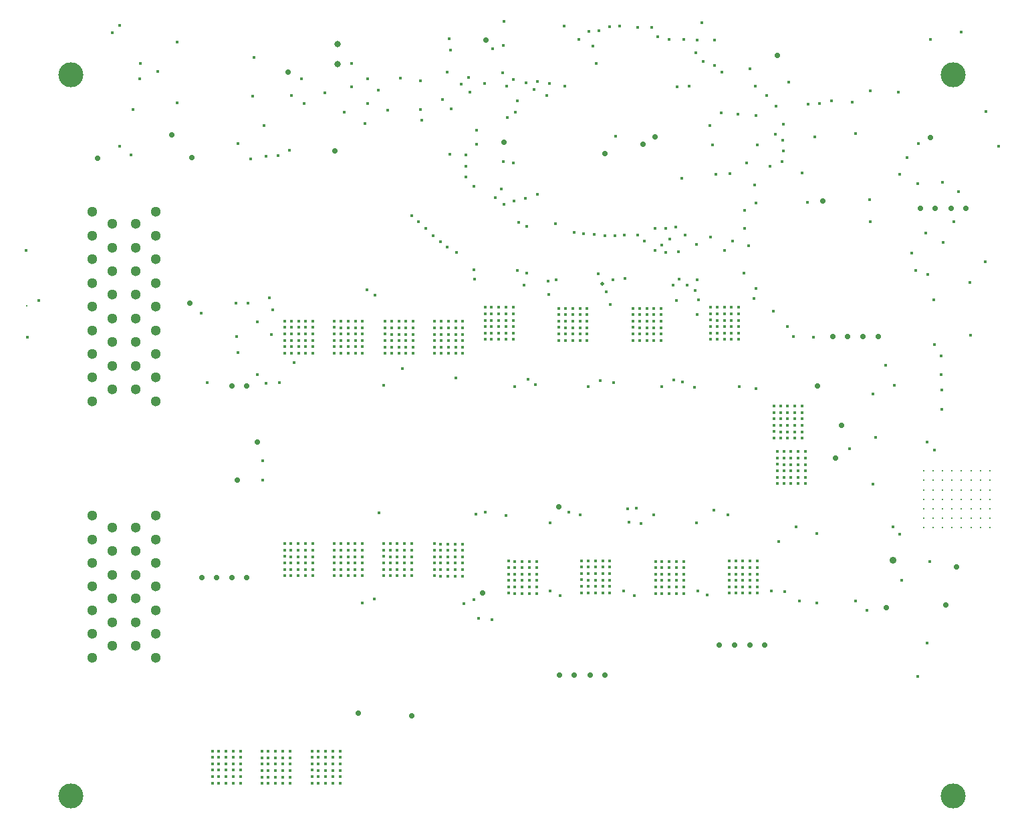
<source format=gbr>
%TF.GenerationSoftware,Altium Limited,Altium Designer,19.0.10 (269)*%
G04 Layer_Color=0*
%FSLAX26Y26*%
%MOIN*%
%TF.FileFunction,Plated,1,4,PTH,Drill*%
%TF.Part,Single*%
G01*
G75*
%TA.AperFunction,OtherDrill,Pad Free-1 (4700mil,3900mil)*%
%ADD133C,0.125000*%
%TA.AperFunction,OtherDrill,Pad Free-1 (4700mil,300mil)*%
%ADD134C,0.125000*%
%TA.AperFunction,OtherDrill,Pad Free-1 (300mil,300mil)*%
%ADD135C,0.125000*%
%TA.AperFunction,OtherDrill,Pad Free-1 (300mil,3900mil)*%
%ADD136C,0.125000*%
%TA.AperFunction,ComponentDrill*%
%ADD137C,0.051181*%
%ADD138C,0.031496*%
%ADD139C,0.011811*%
%TA.AperFunction,ViaDrill,NotFilled*%
%ADD140C,0.015000*%
%ADD141C,0.028000*%
%ADD142C,0.010000*%
%ADD143C,0.020000*%
%ADD144C,0.035000*%
D133*
X4700000Y3900000D02*
D03*
D134*
Y300000D02*
D03*
D135*
X300000D02*
D03*
D136*
Y3900000D02*
D03*
D137*
X720866Y990158D02*
D03*
Y1108268D02*
D03*
Y1226378D02*
D03*
Y1344488D02*
D03*
Y1462599D02*
D03*
Y1580709D02*
D03*
Y1698819D02*
D03*
X622441Y1049213D02*
D03*
Y1167323D02*
D03*
Y1285433D02*
D03*
Y1403543D02*
D03*
Y1521654D02*
D03*
Y1639764D02*
D03*
X504331Y1049213D02*
D03*
Y1167323D02*
D03*
Y1285433D02*
D03*
Y1403543D02*
D03*
Y1521654D02*
D03*
Y1639764D02*
D03*
X405906Y990158D02*
D03*
Y1108268D02*
D03*
Y1226378D02*
D03*
Y1344488D02*
D03*
Y1462599D02*
D03*
Y1580709D02*
D03*
Y1698819D02*
D03*
Y3214567D02*
D03*
Y3096457D02*
D03*
Y2978347D02*
D03*
Y2860236D02*
D03*
Y2742126D02*
D03*
Y2624016D02*
D03*
Y2505905D02*
D03*
Y2387795D02*
D03*
Y2269685D02*
D03*
X504331Y3155512D02*
D03*
Y3037402D02*
D03*
Y2919291D02*
D03*
Y2801181D02*
D03*
Y2683071D02*
D03*
Y2564961D02*
D03*
Y2446850D02*
D03*
Y2328740D02*
D03*
X622441Y3155512D02*
D03*
Y3037402D02*
D03*
Y2919291D02*
D03*
Y2801181D02*
D03*
Y2683071D02*
D03*
Y2564961D02*
D03*
Y2446850D02*
D03*
Y2328740D02*
D03*
X720866Y3214567D02*
D03*
Y3096457D02*
D03*
Y2978347D02*
D03*
Y2860236D02*
D03*
Y2742126D02*
D03*
Y2624016D02*
D03*
Y2505905D02*
D03*
Y2387795D02*
D03*
Y2269685D02*
D03*
D138*
X1628000Y3953449D02*
D03*
Y4053449D02*
D03*
D139*
X4740512Y1780000D02*
D03*
Y1827244D02*
D03*
Y1874488D02*
D03*
Y1921732D02*
D03*
Y1732756D02*
D03*
Y1685512D02*
D03*
Y1638268D02*
D03*
X4787756D02*
D03*
Y1685512D02*
D03*
Y1732756D02*
D03*
Y1921732D02*
D03*
Y1874488D02*
D03*
Y1827244D02*
D03*
Y1780000D02*
D03*
X4835000Y1638268D02*
D03*
Y1685512D02*
D03*
Y1732756D02*
D03*
Y1921732D02*
D03*
Y1874488D02*
D03*
Y1827244D02*
D03*
Y1780000D02*
D03*
X4882244Y1638268D02*
D03*
Y1685512D02*
D03*
Y1732756D02*
D03*
Y1921732D02*
D03*
Y1874488D02*
D03*
Y1827244D02*
D03*
Y1780000D02*
D03*
X4693268Y1638268D02*
D03*
Y1685512D02*
D03*
Y1732756D02*
D03*
Y1921732D02*
D03*
Y1874488D02*
D03*
Y1827244D02*
D03*
Y1780000D02*
D03*
X4646024Y1638268D02*
D03*
Y1685512D02*
D03*
Y1732756D02*
D03*
Y1921732D02*
D03*
Y1874488D02*
D03*
Y1827244D02*
D03*
Y1780000D02*
D03*
X4598780Y1638268D02*
D03*
Y1685512D02*
D03*
Y1732756D02*
D03*
Y1921732D02*
D03*
Y1874488D02*
D03*
Y1827244D02*
D03*
Y1780000D02*
D03*
X4551535Y1638268D02*
D03*
Y1685512D02*
D03*
Y1732756D02*
D03*
Y1921732D02*
D03*
Y1874488D02*
D03*
Y1827244D02*
D03*
Y1780000D02*
D03*
D140*
X1534000Y363000D02*
D03*
Y395000D02*
D03*
Y427000D02*
D03*
Y459000D02*
D03*
Y491000D02*
D03*
Y523000D02*
D03*
X1570000D02*
D03*
Y491000D02*
D03*
Y459000D02*
D03*
Y427000D02*
D03*
Y395000D02*
D03*
Y363000D02*
D03*
X1641500D02*
D03*
Y395000D02*
D03*
Y427000D02*
D03*
Y459000D02*
D03*
Y491000D02*
D03*
Y523000D02*
D03*
X1605500D02*
D03*
Y491000D02*
D03*
Y459000D02*
D03*
Y427000D02*
D03*
Y395000D02*
D03*
Y363000D02*
D03*
X1501500Y363500D02*
D03*
Y395500D02*
D03*
Y427500D02*
D03*
Y459500D02*
D03*
Y491500D02*
D03*
Y523500D02*
D03*
X1284000Y361500D02*
D03*
Y393500D02*
D03*
Y425500D02*
D03*
Y457500D02*
D03*
Y489500D02*
D03*
Y521500D02*
D03*
X1320000D02*
D03*
Y489500D02*
D03*
Y457500D02*
D03*
Y425500D02*
D03*
Y393500D02*
D03*
Y361500D02*
D03*
X1391500D02*
D03*
Y393500D02*
D03*
Y425500D02*
D03*
Y457500D02*
D03*
Y489500D02*
D03*
Y521500D02*
D03*
X1355500D02*
D03*
Y489500D02*
D03*
Y457500D02*
D03*
Y425500D02*
D03*
Y393500D02*
D03*
Y361500D02*
D03*
X1251500Y362000D02*
D03*
Y394000D02*
D03*
Y426000D02*
D03*
Y458000D02*
D03*
Y490000D02*
D03*
Y522000D02*
D03*
X1037500Y363500D02*
D03*
Y395500D02*
D03*
Y427500D02*
D03*
Y459500D02*
D03*
Y491500D02*
D03*
Y523500D02*
D03*
X1073500D02*
D03*
Y491500D02*
D03*
Y459500D02*
D03*
Y427500D02*
D03*
Y395500D02*
D03*
Y363500D02*
D03*
X1145000D02*
D03*
Y395500D02*
D03*
Y427500D02*
D03*
Y459500D02*
D03*
Y491500D02*
D03*
Y523500D02*
D03*
X1109000D02*
D03*
Y491500D02*
D03*
Y459500D02*
D03*
Y427500D02*
D03*
Y395500D02*
D03*
Y363500D02*
D03*
X1005000Y364000D02*
D03*
Y396000D02*
D03*
Y428000D02*
D03*
Y460000D02*
D03*
Y492000D02*
D03*
Y524000D02*
D03*
X3854500Y1857693D02*
D03*
Y1889693D02*
D03*
Y1921693D02*
D03*
Y1953693D02*
D03*
Y1985693D02*
D03*
Y2017693D02*
D03*
X3890500D02*
D03*
Y1985693D02*
D03*
Y1953693D02*
D03*
Y1921693D02*
D03*
Y1889693D02*
D03*
Y1857693D02*
D03*
X3962000D02*
D03*
Y1889693D02*
D03*
Y1921693D02*
D03*
Y1953693D02*
D03*
Y1985693D02*
D03*
Y2017693D02*
D03*
X3926000D02*
D03*
Y1985693D02*
D03*
Y1953693D02*
D03*
Y1921693D02*
D03*
Y1889693D02*
D03*
Y1857693D02*
D03*
X3822000Y1858193D02*
D03*
Y1890193D02*
D03*
Y1922193D02*
D03*
Y1954193D02*
D03*
Y1986193D02*
D03*
Y2018193D02*
D03*
X3838000Y2085000D02*
D03*
Y2117000D02*
D03*
Y2149000D02*
D03*
Y2181000D02*
D03*
Y2213000D02*
D03*
Y2245000D02*
D03*
X3874000D02*
D03*
Y2213000D02*
D03*
Y2181000D02*
D03*
Y2149000D02*
D03*
Y2117000D02*
D03*
Y2085000D02*
D03*
X3945500D02*
D03*
Y2117000D02*
D03*
Y2149000D02*
D03*
Y2181000D02*
D03*
Y2213000D02*
D03*
Y2245000D02*
D03*
X3909500D02*
D03*
Y2213000D02*
D03*
Y2181000D02*
D03*
Y2149000D02*
D03*
Y2117000D02*
D03*
Y2085000D02*
D03*
X3805500Y2085500D02*
D03*
Y2117500D02*
D03*
Y2149500D02*
D03*
Y2181500D02*
D03*
Y2213500D02*
D03*
Y2245500D02*
D03*
X2879500Y1313000D02*
D03*
Y1345000D02*
D03*
Y1377000D02*
D03*
Y1409000D02*
D03*
Y1441000D02*
D03*
Y1473000D02*
D03*
X2915500D02*
D03*
Y1441000D02*
D03*
Y1409000D02*
D03*
Y1377000D02*
D03*
Y1345000D02*
D03*
Y1313000D02*
D03*
X2987000D02*
D03*
Y1345000D02*
D03*
Y1377000D02*
D03*
Y1409000D02*
D03*
Y1441000D02*
D03*
Y1473000D02*
D03*
X2951000D02*
D03*
Y1441000D02*
D03*
Y1409000D02*
D03*
Y1377000D02*
D03*
Y1345000D02*
D03*
Y1313000D02*
D03*
X2847000Y1313500D02*
D03*
Y1345500D02*
D03*
Y1377500D02*
D03*
Y1409500D02*
D03*
Y1441500D02*
D03*
Y1473500D02*
D03*
X1681000Y1493543D02*
D03*
X1716500D02*
D03*
Y1525543D02*
D03*
X1752500D02*
D03*
Y1557543D02*
D03*
X3489500Y2738500D02*
D03*
Y2706500D02*
D03*
Y2674500D02*
D03*
Y2642500D02*
D03*
Y2610500D02*
D03*
Y2578500D02*
D03*
X3593500Y2578000D02*
D03*
Y2610000D02*
D03*
Y2642000D02*
D03*
Y2674000D02*
D03*
Y2706000D02*
D03*
Y2738000D02*
D03*
X3629500D02*
D03*
Y2706000D02*
D03*
Y2674000D02*
D03*
Y2642000D02*
D03*
Y2610000D02*
D03*
Y2578000D02*
D03*
X3558000D02*
D03*
Y2610000D02*
D03*
Y2642000D02*
D03*
Y2674000D02*
D03*
Y2706000D02*
D03*
Y2738000D02*
D03*
X3522000D02*
D03*
Y2706000D02*
D03*
Y2674000D02*
D03*
Y2642000D02*
D03*
Y2610000D02*
D03*
Y2578000D02*
D03*
X3103150Y2733500D02*
D03*
Y2701500D02*
D03*
Y2669500D02*
D03*
Y2637500D02*
D03*
Y2605500D02*
D03*
Y2573500D02*
D03*
X3207150Y2573000D02*
D03*
Y2605000D02*
D03*
Y2637000D02*
D03*
Y2669000D02*
D03*
Y2701000D02*
D03*
Y2733000D02*
D03*
X3243150D02*
D03*
Y2701000D02*
D03*
Y2669000D02*
D03*
Y2637000D02*
D03*
Y2605000D02*
D03*
Y2573000D02*
D03*
X3171650D02*
D03*
Y2605000D02*
D03*
Y2637000D02*
D03*
Y2669000D02*
D03*
Y2701000D02*
D03*
Y2733000D02*
D03*
X3135650D02*
D03*
Y2701000D02*
D03*
Y2669000D02*
D03*
Y2637000D02*
D03*
Y2605000D02*
D03*
Y2573000D02*
D03*
X2734024Y2733500D02*
D03*
Y2701500D02*
D03*
Y2669500D02*
D03*
Y2637500D02*
D03*
Y2605500D02*
D03*
Y2573500D02*
D03*
X2838024Y2573000D02*
D03*
Y2605000D02*
D03*
Y2637000D02*
D03*
Y2669000D02*
D03*
Y2701000D02*
D03*
Y2733000D02*
D03*
X2874024D02*
D03*
Y2701000D02*
D03*
Y2669000D02*
D03*
Y2637000D02*
D03*
Y2605000D02*
D03*
Y2573000D02*
D03*
X2802524D02*
D03*
Y2605000D02*
D03*
Y2637000D02*
D03*
Y2669000D02*
D03*
Y2701000D02*
D03*
Y2733000D02*
D03*
X2766524D02*
D03*
Y2701000D02*
D03*
Y2669000D02*
D03*
Y2637000D02*
D03*
Y2605000D02*
D03*
Y2573000D02*
D03*
X2365000Y2738000D02*
D03*
Y2706000D02*
D03*
Y2674000D02*
D03*
Y2642000D02*
D03*
Y2610000D02*
D03*
Y2578000D02*
D03*
X2469000Y2577500D02*
D03*
Y2609500D02*
D03*
Y2641500D02*
D03*
Y2673500D02*
D03*
Y2705500D02*
D03*
Y2737500D02*
D03*
X2505000D02*
D03*
Y2705500D02*
D03*
Y2673500D02*
D03*
Y2641500D02*
D03*
Y2609500D02*
D03*
Y2577500D02*
D03*
X2433500D02*
D03*
Y2609500D02*
D03*
Y2641500D02*
D03*
Y2673500D02*
D03*
Y2705500D02*
D03*
Y2737500D02*
D03*
X2397500D02*
D03*
Y2705500D02*
D03*
Y2673500D02*
D03*
Y2641500D02*
D03*
Y2609500D02*
D03*
Y2577500D02*
D03*
X3582000Y1471396D02*
D03*
Y1439396D02*
D03*
Y1407396D02*
D03*
Y1375396D02*
D03*
Y1343396D02*
D03*
Y1311396D02*
D03*
X3686000Y1310896D02*
D03*
Y1342896D02*
D03*
Y1374896D02*
D03*
Y1406896D02*
D03*
Y1438896D02*
D03*
Y1470896D02*
D03*
X3722000D02*
D03*
Y1438896D02*
D03*
Y1406896D02*
D03*
Y1374896D02*
D03*
Y1342896D02*
D03*
Y1310896D02*
D03*
X3650500D02*
D03*
Y1342896D02*
D03*
Y1374896D02*
D03*
Y1406896D02*
D03*
Y1438896D02*
D03*
Y1470896D02*
D03*
X3614500D02*
D03*
Y1438896D02*
D03*
Y1406896D02*
D03*
Y1374896D02*
D03*
Y1342896D02*
D03*
Y1310896D02*
D03*
X3215000Y1470617D02*
D03*
Y1438617D02*
D03*
Y1406617D02*
D03*
Y1374617D02*
D03*
Y1342617D02*
D03*
Y1310617D02*
D03*
X3319000Y1310117D02*
D03*
Y1342117D02*
D03*
Y1374117D02*
D03*
Y1406117D02*
D03*
Y1438117D02*
D03*
Y1470117D02*
D03*
X3355000D02*
D03*
Y1438117D02*
D03*
Y1406117D02*
D03*
Y1374117D02*
D03*
Y1342117D02*
D03*
Y1310117D02*
D03*
X3283500D02*
D03*
Y1342117D02*
D03*
Y1374117D02*
D03*
Y1406117D02*
D03*
Y1438117D02*
D03*
Y1470117D02*
D03*
X3247500D02*
D03*
Y1438117D02*
D03*
Y1406117D02*
D03*
Y1374117D02*
D03*
Y1342117D02*
D03*
Y1310117D02*
D03*
X2481000Y1471000D02*
D03*
Y1439000D02*
D03*
Y1407000D02*
D03*
Y1375000D02*
D03*
Y1343000D02*
D03*
Y1311000D02*
D03*
X2585000Y1310500D02*
D03*
Y1342500D02*
D03*
Y1374500D02*
D03*
Y1406500D02*
D03*
Y1438500D02*
D03*
Y1470500D02*
D03*
X2621000D02*
D03*
Y1438500D02*
D03*
Y1406500D02*
D03*
Y1374500D02*
D03*
Y1342500D02*
D03*
Y1310500D02*
D03*
X2549500D02*
D03*
Y1342500D02*
D03*
Y1374500D02*
D03*
Y1406500D02*
D03*
Y1438500D02*
D03*
Y1470500D02*
D03*
X2513500D02*
D03*
Y1438500D02*
D03*
Y1406500D02*
D03*
Y1374500D02*
D03*
Y1342500D02*
D03*
Y1310500D02*
D03*
X2111000Y1557500D02*
D03*
Y1525500D02*
D03*
Y1493500D02*
D03*
Y1461500D02*
D03*
Y1429500D02*
D03*
Y1397500D02*
D03*
X2215000Y1397000D02*
D03*
Y1429000D02*
D03*
Y1461000D02*
D03*
Y1493000D02*
D03*
Y1525000D02*
D03*
Y1557000D02*
D03*
X2251000D02*
D03*
Y1525000D02*
D03*
Y1493000D02*
D03*
Y1461000D02*
D03*
Y1429000D02*
D03*
Y1397000D02*
D03*
X2179500D02*
D03*
Y1429000D02*
D03*
Y1461000D02*
D03*
Y1493000D02*
D03*
Y1525000D02*
D03*
Y1557000D02*
D03*
X2143500D02*
D03*
Y1525000D02*
D03*
Y1493000D02*
D03*
Y1461000D02*
D03*
Y1429000D02*
D03*
Y1397000D02*
D03*
X1612500Y1398043D02*
D03*
X1645000Y1397543D02*
D03*
X1681000D02*
D03*
X1716500D02*
D03*
X1891000Y1397637D02*
D03*
Y1429637D02*
D03*
Y1461637D02*
D03*
Y1493637D02*
D03*
Y1525637D02*
D03*
Y1557637D02*
D03*
X1927000D02*
D03*
Y1525637D02*
D03*
Y1493637D02*
D03*
Y1461637D02*
D03*
Y1429637D02*
D03*
Y1397637D02*
D03*
X1998500D02*
D03*
Y1429637D02*
D03*
Y1461637D02*
D03*
Y1493637D02*
D03*
Y1525637D02*
D03*
Y1557637D02*
D03*
X1962500D02*
D03*
Y1525637D02*
D03*
Y1493637D02*
D03*
Y1461637D02*
D03*
Y1429637D02*
D03*
Y1397637D02*
D03*
X1858500Y1398137D02*
D03*
Y1430137D02*
D03*
Y1462137D02*
D03*
Y1494137D02*
D03*
Y1526137D02*
D03*
Y1558137D02*
D03*
X1397500Y1398043D02*
D03*
Y1430043D02*
D03*
Y1462043D02*
D03*
Y1494043D02*
D03*
Y1526043D02*
D03*
Y1558043D02*
D03*
X1433500D02*
D03*
Y1526043D02*
D03*
Y1494043D02*
D03*
Y1462043D02*
D03*
Y1430043D02*
D03*
Y1398043D02*
D03*
X1505000D02*
D03*
Y1430043D02*
D03*
Y1462043D02*
D03*
Y1494043D02*
D03*
Y1526043D02*
D03*
Y1558043D02*
D03*
X1469000D02*
D03*
Y1526043D02*
D03*
Y1494043D02*
D03*
Y1462043D02*
D03*
Y1430043D02*
D03*
Y1398043D02*
D03*
X1365000Y1398543D02*
D03*
Y1430543D02*
D03*
Y1462543D02*
D03*
Y1494543D02*
D03*
Y1526543D02*
D03*
Y1558543D02*
D03*
X1612500Y1558043D02*
D03*
Y1526043D02*
D03*
Y1494043D02*
D03*
Y1462043D02*
D03*
Y1430043D02*
D03*
X1716500Y1429543D02*
D03*
Y1461543D02*
D03*
Y1557543D02*
D03*
X1752500Y1493543D02*
D03*
Y1461543D02*
D03*
Y1429543D02*
D03*
Y1397543D02*
D03*
X1681000Y1429543D02*
D03*
Y1461543D02*
D03*
Y1525543D02*
D03*
Y1557543D02*
D03*
X1645000D02*
D03*
Y1525543D02*
D03*
Y1493543D02*
D03*
Y1461543D02*
D03*
Y1429543D02*
D03*
X1899000Y2508000D02*
D03*
Y2540000D02*
D03*
Y2572000D02*
D03*
Y2604000D02*
D03*
Y2636000D02*
D03*
Y2668000D02*
D03*
X1935000D02*
D03*
Y2636000D02*
D03*
Y2604000D02*
D03*
Y2572000D02*
D03*
Y2540000D02*
D03*
Y2508000D02*
D03*
X2006500D02*
D03*
Y2540000D02*
D03*
Y2572000D02*
D03*
Y2604000D02*
D03*
Y2636000D02*
D03*
Y2668000D02*
D03*
X1970500D02*
D03*
Y2636000D02*
D03*
Y2604000D02*
D03*
Y2572000D02*
D03*
Y2540000D02*
D03*
Y2508000D02*
D03*
X1866500Y2508500D02*
D03*
Y2540500D02*
D03*
Y2572500D02*
D03*
Y2604500D02*
D03*
Y2636500D02*
D03*
Y2668500D02*
D03*
X2114000Y2668000D02*
D03*
Y2636000D02*
D03*
Y2604000D02*
D03*
Y2572000D02*
D03*
Y2540000D02*
D03*
Y2508000D02*
D03*
X2218000Y2507500D02*
D03*
Y2539500D02*
D03*
Y2571500D02*
D03*
Y2603500D02*
D03*
Y2635500D02*
D03*
Y2667500D02*
D03*
X2254000D02*
D03*
Y2635500D02*
D03*
Y2603500D02*
D03*
Y2571500D02*
D03*
Y2539500D02*
D03*
Y2507500D02*
D03*
X2182500D02*
D03*
Y2539500D02*
D03*
Y2571500D02*
D03*
Y2603500D02*
D03*
Y2635500D02*
D03*
Y2667500D02*
D03*
X2146500D02*
D03*
Y2635500D02*
D03*
Y2603500D02*
D03*
Y2571500D02*
D03*
Y2539500D02*
D03*
Y2507500D02*
D03*
X1646500Y2509000D02*
D03*
Y2541000D02*
D03*
Y2573000D02*
D03*
Y2605000D02*
D03*
Y2637000D02*
D03*
Y2669000D02*
D03*
X1682500D02*
D03*
Y2637000D02*
D03*
Y2605000D02*
D03*
Y2573000D02*
D03*
Y2541000D02*
D03*
Y2509000D02*
D03*
X1754000D02*
D03*
Y2541000D02*
D03*
Y2573000D02*
D03*
Y2605000D02*
D03*
Y2637000D02*
D03*
Y2669000D02*
D03*
X1718000D02*
D03*
Y2637000D02*
D03*
Y2605000D02*
D03*
Y2573000D02*
D03*
Y2541000D02*
D03*
Y2509000D02*
D03*
X1614000Y2509500D02*
D03*
Y2541500D02*
D03*
Y2573500D02*
D03*
Y2605500D02*
D03*
Y2637500D02*
D03*
Y2669500D02*
D03*
X1366500Y2670000D02*
D03*
Y2638000D02*
D03*
Y2606000D02*
D03*
Y2574000D02*
D03*
Y2542000D02*
D03*
Y2510000D02*
D03*
X1470500Y2509500D02*
D03*
Y2541500D02*
D03*
Y2573500D02*
D03*
Y2605500D02*
D03*
Y2637500D02*
D03*
Y2669500D02*
D03*
X1506500D02*
D03*
Y2637500D02*
D03*
Y2605500D02*
D03*
Y2573500D02*
D03*
Y2541500D02*
D03*
Y2509500D02*
D03*
X1435000D02*
D03*
Y2541500D02*
D03*
Y2573500D02*
D03*
Y2605500D02*
D03*
Y2637500D02*
D03*
Y2669500D02*
D03*
X1399000D02*
D03*
Y2637500D02*
D03*
Y2605500D02*
D03*
Y2573500D02*
D03*
Y2541500D02*
D03*
Y2509500D02*
D03*
X731000Y3917000D02*
D03*
X645030Y3954500D02*
D03*
X644000Y3878500D02*
D03*
X541500Y4146500D02*
D03*
X610000Y3726000D02*
D03*
X829500Y3760500D02*
D03*
Y4061000D02*
D03*
X3656485Y2908015D02*
D03*
X3076500Y1734000D02*
D03*
X4784500Y2597500D02*
D03*
X4604500Y2551000D02*
D03*
X1399000Y3795000D02*
D03*
X4311000Y2090000D02*
D03*
X3012000Y3096245D02*
D03*
X2969000Y2815000D02*
D03*
X2928000Y2906024D02*
D03*
X1774685Y2826000D02*
D03*
X949000Y2710000D02*
D03*
X2690000Y1663328D02*
D03*
X2260263Y1260000D02*
D03*
X2363000Y3855000D02*
D03*
X2454000Y3910000D02*
D03*
X2760000Y4144000D02*
D03*
X2459000Y4166000D02*
D03*
X2403000Y4029000D02*
D03*
X2288000Y3811000D02*
D03*
X3787000Y3444000D02*
D03*
X3847000Y3465000D02*
D03*
X4034000Y3757000D02*
D03*
X4093000Y3768000D02*
D03*
X3977000Y3754000D02*
D03*
X1206000Y3794000D02*
D03*
X1449000Y3879000D02*
D03*
X1778000Y3880000D02*
D03*
X1780000Y3755000D02*
D03*
X1699000Y3840000D02*
D03*
X1700409Y3954410D02*
D03*
X2177000Y3913000D02*
D03*
X2195400Y3729000D02*
D03*
X2050000Y3672000D02*
D03*
X2472000Y3841000D02*
D03*
X2281000Y3887000D02*
D03*
X2192000Y4024000D02*
D03*
X1214000Y3986000D02*
D03*
X4645000Y3361000D02*
D03*
X4010000Y3589000D02*
D03*
X3509000Y4074000D02*
D03*
X3715000Y3696000D02*
D03*
X3498000Y3550000D02*
D03*
X2682000Y2801181D02*
D03*
X3716000Y3259000D02*
D03*
Y2334000D02*
D03*
X3802000Y2720000D02*
D03*
X3705000Y2781000D02*
D03*
X3062000Y2884000D02*
D03*
X2940000Y2371000D02*
D03*
X3002000Y2875000D02*
D03*
X2782000Y1717000D02*
D03*
X2366000D02*
D03*
X2318000Y1707000D02*
D03*
X2716000Y3155000D02*
D03*
X2678000Y2869000D02*
D03*
X2720000Y2875000D02*
D03*
X3670000Y3459000D02*
D03*
X2416000Y3286000D02*
D03*
X2571000Y3143000D02*
D03*
X2508000Y3268000D02*
D03*
X2567000Y3284000D02*
D03*
X2506000Y3458000D02*
D03*
X2456000Y3467000D02*
D03*
X3409000Y2338000D02*
D03*
X3331000Y2878000D02*
D03*
X3265000Y3011000D02*
D03*
X3285000Y3078000D02*
D03*
X3543600Y3709000D02*
D03*
X2151000Y3777000D02*
D03*
X2270000Y3441000D02*
D03*
X3625000Y3703000D02*
D03*
X3547000Y3914000D02*
D03*
X4425000Y3811000D02*
D03*
X3487000Y3646000D02*
D03*
X3848000Y3571000D02*
D03*
X3586000Y3405000D02*
D03*
X3723000Y3550000D02*
D03*
X2764000Y3842000D02*
D03*
X2671000Y3796000D02*
D03*
X2569696Y3858000D02*
D03*
X2625000Y3867000D02*
D03*
X2686000Y3855000D02*
D03*
X3322000Y3840000D02*
D03*
X2572000Y2909000D02*
D03*
X3712000Y3842000D02*
D03*
X3716000Y2833000D02*
D03*
X3421000Y2701000D02*
D03*
X543500Y3541000D02*
D03*
X3037000Y4141000D02*
D03*
X2882000Y4115000D02*
D03*
X2934000Y4120000D02*
D03*
X2902000Y4044000D02*
D03*
X2187000Y4078000D02*
D03*
X2616000Y2354000D02*
D03*
X2580000Y2380000D02*
D03*
X4586000Y4075000D02*
D03*
X3305000Y2376000D02*
D03*
X3160000Y3069000D02*
D03*
X2989000Y2753000D02*
D03*
X3081000Y1666000D02*
D03*
X3142000Y1660000D02*
D03*
X3413000Y2824000D02*
D03*
X3420000Y1662000D02*
D03*
X3212000Y3022000D02*
D03*
X3319000Y2773000D02*
D03*
X3245000Y3049000D02*
D03*
X3126000Y3100000D02*
D03*
X3213000Y3133000D02*
D03*
X3828000Y1570000D02*
D03*
X2910000Y3103000D02*
D03*
X2855000Y3106000D02*
D03*
X2808000Y3111000D02*
D03*
X3419000Y3054000D02*
D03*
X3363000Y3100000D02*
D03*
X3316000Y3139000D02*
D03*
X3328843Y3016000D02*
D03*
X3265000Y3131000D02*
D03*
X3381000Y3843000D02*
D03*
X3447000Y4158000D02*
D03*
X4738000Y4112000D02*
D03*
X4607000Y2025000D02*
D03*
X4570000Y2066000D02*
D03*
X3120000Y1735000D02*
D03*
X4527000Y3556000D02*
D03*
X4470000Y3486000D02*
D03*
X3851000Y3520000D02*
D03*
X4925000Y3543000D02*
D03*
X4300000Y1854500D02*
D03*
X4400000Y1641000D02*
D03*
X3914236D02*
D03*
X3507000Y1725000D02*
D03*
X3371000Y2850000D02*
D03*
X2558000Y2848000D02*
D03*
X3428386Y2776106D02*
D03*
X3768000Y3796000D02*
D03*
X3817000Y3741000D02*
D03*
X3852000Y3654000D02*
D03*
X3973000Y3263000D02*
D03*
X3814000Y3602000D02*
D03*
X3679000Y3046000D02*
D03*
X3489000Y3090000D02*
D03*
X2531000Y3164000D02*
D03*
X3903000Y2594000D02*
D03*
X3872000Y2642000D02*
D03*
X4001000Y2588000D02*
D03*
X2219000Y2385000D02*
D03*
X2331000Y1186000D02*
D03*
X3195112Y4134500D02*
D03*
X3510000Y3945000D02*
D03*
X3451000Y3967000D02*
D03*
X3416000Y4009000D02*
D03*
X3423000Y4074000D02*
D03*
X3357000Y4076000D02*
D03*
X3281000Y4077000D02*
D03*
X3225000Y4090000D02*
D03*
X3126000Y4136000D02*
D03*
X599000Y3499000D02*
D03*
X2920000Y3954410D02*
D03*
X2987000Y4139000D02*
D03*
X507139Y4109000D02*
D03*
X3685000Y3930000D02*
D03*
X2505000Y3876000D02*
D03*
X3516000Y3403000D02*
D03*
X3346000Y3384000D02*
D03*
X4861000Y3715000D02*
D03*
X4432000Y1607000D02*
D03*
X4211000Y1272000D02*
D03*
X2447000Y3329000D02*
D03*
X3559281Y3024000D02*
D03*
X2457711Y3251000D02*
D03*
X2627000Y3304000D02*
D03*
X3060000Y3099000D02*
D03*
X2962000Y3097000D02*
D03*
X3659597Y3221000D02*
D03*
X3660000Y3134000D02*
D03*
X3598000Y3068000D02*
D03*
X2526000Y2924000D02*
D03*
X4444000Y1375000D02*
D03*
X1339000Y2361000D02*
D03*
X1953000Y2434000D02*
D03*
X4523000Y897000D02*
D03*
X4582000Y1469000D02*
D03*
X3946000Y3410000D02*
D03*
X3880000Y3864000D02*
D03*
X4524000Y3356000D02*
D03*
X2475000Y3685000D02*
D03*
X2515000Y3712000D02*
D03*
X2527000Y3770000D02*
D03*
X2610000Y3827000D02*
D03*
X2398000Y1179000D02*
D03*
X1754000Y1263000D02*
D03*
X1811000Y1282000D02*
D03*
X2511491Y2341470D02*
D03*
X2878912Y2341000D02*
D03*
X3246334Y2340894D02*
D03*
X3633298Y2342106D02*
D03*
X3574843Y1703000D02*
D03*
X3207421D02*
D03*
X2840000D02*
D03*
X2469000Y1700000D02*
D03*
X3303000Y2849000D02*
D03*
X3349000Y2367000D02*
D03*
X4642000Y2228000D02*
D03*
X3005000Y2364000D02*
D03*
X4642000Y2326000D02*
D03*
X4298500Y2305500D02*
D03*
X4639000Y2404000D02*
D03*
Y2495000D02*
D03*
X4287000Y3167000D02*
D03*
X4284000Y3276000D02*
D03*
X3016000Y3594000D02*
D03*
X3708000Y3349000D02*
D03*
X4725000Y3315000D02*
D03*
X4570000Y1063000D02*
D03*
X4269000Y1225000D02*
D03*
X2044000Y3868000D02*
D03*
X4019000Y1608000D02*
D03*
Y1262000D02*
D03*
X3932000Y1274000D02*
D03*
X2831000Y4077000D02*
D03*
X2455000Y4046000D02*
D03*
X2245000Y3852000D02*
D03*
X4214000Y3607000D02*
D03*
X4285000Y3819000D02*
D03*
X4195000Y3764000D02*
D03*
X4432000Y3403000D02*
D03*
X4603000Y2775000D02*
D03*
X4492000Y3008000D02*
D03*
X4512000Y2924000D02*
D03*
X4571000Y2901000D02*
D03*
X4563000Y3108000D02*
D03*
X3421000Y2876636D02*
D03*
X4858000Y2966000D02*
D03*
X3859000Y1320000D02*
D03*
X4650000Y3063000D02*
D03*
X4781000Y2863000D02*
D03*
X3472000Y1303000D02*
D03*
X4704000Y3167000D02*
D03*
X3108000Y1298000D02*
D03*
X2739000Y1300000D02*
D03*
X2043000Y3727000D02*
D03*
X1878000Y3724000D02*
D03*
X2308000Y3343000D02*
D03*
X2270000Y3389000D02*
D03*
X2308000Y2926000D02*
D03*
X2314000Y2878000D02*
D03*
X3792264Y1321151D02*
D03*
X3424843D02*
D03*
X3057421D02*
D03*
X2690000D02*
D03*
X1860000Y2350000D02*
D03*
X4363000Y2448000D02*
D03*
X4405000Y2349000D02*
D03*
X1390800Y3524000D02*
D03*
X1134000Y3557000D02*
D03*
X1195000Y3480000D02*
D03*
X1122000Y2760000D02*
D03*
X1182000Y2759000D02*
D03*
X1132000Y2514000D02*
D03*
X2308477Y1280701D02*
D03*
X2174205Y3039000D02*
D03*
X2221000Y3012000D02*
D03*
X2324000Y3553000D02*
D03*
X1835000Y1714000D02*
D03*
X1414000Y2464000D02*
D03*
X81000Y2590000D02*
D03*
X2322000Y3624000D02*
D03*
X1274000Y3492000D02*
D03*
X2142000Y3067000D02*
D03*
X2106000Y3097000D02*
D03*
X2070000Y3131000D02*
D03*
X2034000Y3165000D02*
D03*
X1999000Y3195000D02*
D03*
X1831000Y3824000D02*
D03*
X2270000Y3500000D02*
D03*
X1299755Y2603000D02*
D03*
X1815000Y2798000D02*
D03*
X2189000Y3501000D02*
D03*
X1305000Y2726000D02*
D03*
X140000Y2772000D02*
D03*
X75000Y3023000D02*
D03*
X1662000Y3712000D02*
D03*
X1566000Y3810000D02*
D03*
X1126000Y2594000D02*
D03*
X1944000Y3883000D02*
D03*
X1464000Y3755000D02*
D03*
X1766000Y3656000D02*
D03*
X1334000Y3497000D02*
D03*
X1230000Y2402000D02*
D03*
X1274000Y2359000D02*
D03*
X1262000Y3645000D02*
D03*
X1290000Y2786000D02*
D03*
X1230000Y2665000D02*
D03*
X1255000Y1875000D02*
D03*
X1256000Y1971000D02*
D03*
X978000Y2361000D02*
D03*
X4184000Y2032000D02*
D03*
D141*
X4141500Y2148000D02*
D03*
X434000Y3484000D02*
D03*
X1103038Y2346000D02*
D03*
X1177038D02*
D03*
X951000Y1389000D02*
D03*
X1025000D02*
D03*
X1177450D02*
D03*
X1103450D02*
D03*
X2736000Y904000D02*
D03*
X2810000D02*
D03*
X2962450D02*
D03*
X2888450D02*
D03*
X3533584Y1051000D02*
D03*
X3607584D02*
D03*
X3760034D02*
D03*
X3686034D02*
D03*
X4097803Y2594000D02*
D03*
X4171803D02*
D03*
X4324254D02*
D03*
X4250254D02*
D03*
X4688000Y3233000D02*
D03*
X4762000D02*
D03*
X4609550D02*
D03*
X4535550D02*
D03*
X1615000Y3520000D02*
D03*
X1229510Y2066000D02*
D03*
X1128000Y1875000D02*
D03*
X894000Y2759000D02*
D03*
X902000Y3485000D02*
D03*
X802000Y3600000D02*
D03*
X2731000Y1743570D02*
D03*
X2459909Y3561000D02*
D03*
X2368000Y4071000D02*
D03*
X3823000Y3997000D02*
D03*
X2963000Y3506000D02*
D03*
X3213643Y3589000D02*
D03*
X4050000Y3269000D02*
D03*
X4587000Y3585000D02*
D03*
X4111000Y1985000D02*
D03*
X4367000Y1239000D02*
D03*
X2352000Y1314000D02*
D03*
X1998000Y700000D02*
D03*
X1384000Y3911000D02*
D03*
X4662000Y1253000D02*
D03*
X4716890Y1443000D02*
D03*
X3153000Y3552795D02*
D03*
X4023000Y2346000D02*
D03*
X1733000Y714000D02*
D03*
D142*
X78500Y2746500D02*
D03*
D143*
X2948976Y2856342D02*
D03*
D144*
X4399000Y1476638D02*
D03*
%TF.MD5,4250a75bb44e5452e894ca9143e98c93*%
M02*

</source>
